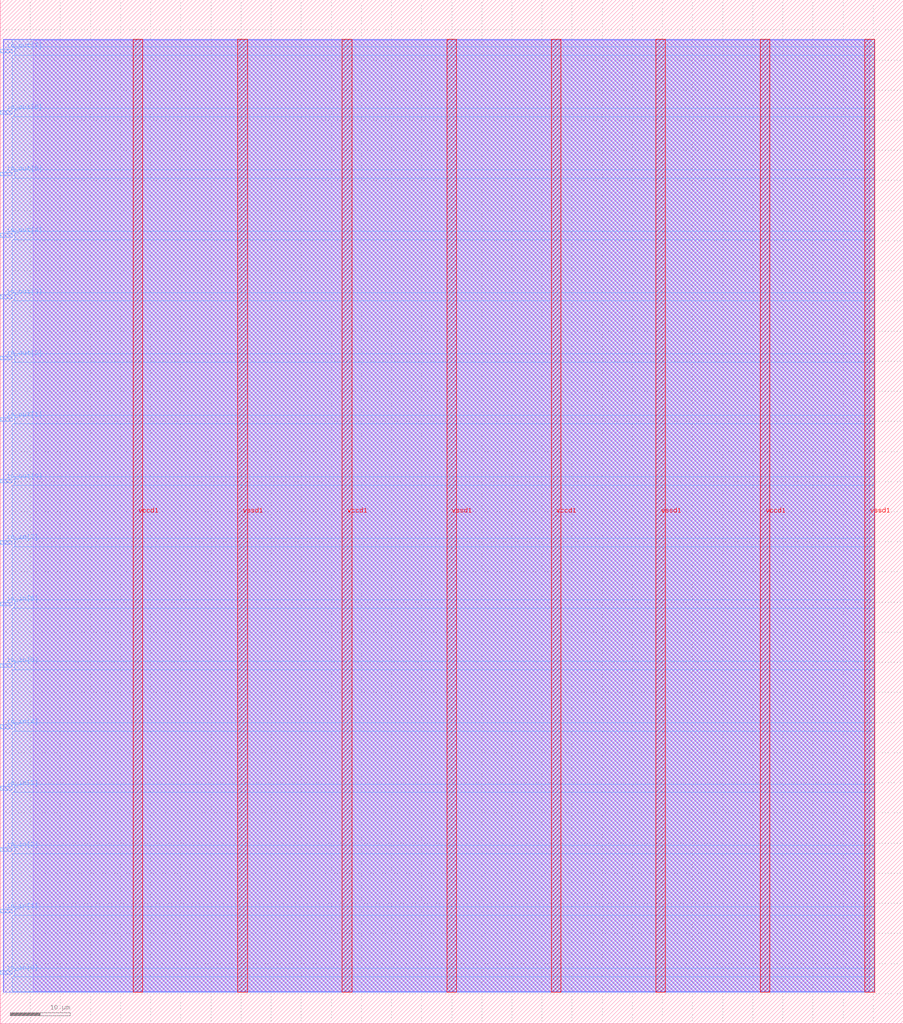
<source format=lef>
VERSION 5.7 ;
  NOWIREEXTENSIONATPIN ON ;
  DIVIDERCHAR "/" ;
  BUSBITCHARS "[]" ;
MACRO user_module_362633503928580097
  CLASS BLOCK ;
  FOREIGN user_module_362633503928580097 ;
  ORIGIN 0.000 0.000 ;
  SIZE 150.000 BY 170.000 ;
  PIN io_in[0]
    DIRECTION INPUT ;
    USE SIGNAL ;
    PORT
      LAYER met3 ;
        RECT 0.000 8.200 2.000 8.800 ;
    END
  END io_in[0]
  PIN io_in[1]
    DIRECTION INPUT ;
    USE SIGNAL ;
    PORT
      LAYER met3 ;
        RECT 0.000 18.400 2.000 19.000 ;
    END
  END io_in[1]
  PIN io_in[2]
    DIRECTION INPUT ;
    USE SIGNAL ;
    PORT
      LAYER met3 ;
        RECT 0.000 28.600 2.000 29.200 ;
    END
  END io_in[2]
  PIN io_in[3]
    DIRECTION INPUT ;
    USE SIGNAL ;
    PORT
      LAYER met3 ;
        RECT 0.000 38.800 2.000 39.400 ;
    END
  END io_in[3]
  PIN io_in[4]
    DIRECTION INPUT ;
    USE SIGNAL ;
    PORT
      LAYER met3 ;
        RECT 0.000 49.000 2.000 49.600 ;
    END
  END io_in[4]
  PIN io_in[5]
    DIRECTION INPUT ;
    USE SIGNAL ;
    PORT
      LAYER met3 ;
        RECT 0.000 59.200 2.000 59.800 ;
    END
  END io_in[5]
  PIN io_in[6]
    DIRECTION INPUT ;
    USE SIGNAL ;
    PORT
      LAYER met3 ;
        RECT 0.000 69.400 2.000 70.000 ;
    END
  END io_in[6]
  PIN io_in[7]
    DIRECTION INPUT ;
    USE SIGNAL ;
    PORT
      LAYER met3 ;
        RECT 0.000 79.600 2.000 80.200 ;
    END
  END io_in[7]
  PIN io_out[0]
    DIRECTION OUTPUT TRISTATE ;
    USE SIGNAL ;
    PORT
      LAYER met3 ;
        RECT 0.000 89.800 2.000 90.400 ;
    END
  END io_out[0]
  PIN io_out[1]
    DIRECTION OUTPUT TRISTATE ;
    USE SIGNAL ;
    PORT
      LAYER met3 ;
        RECT 0.000 100.000 2.000 100.600 ;
    END
  END io_out[1]
  PIN io_out[2]
    DIRECTION OUTPUT TRISTATE ;
    USE SIGNAL ;
    PORT
      LAYER met3 ;
        RECT 0.000 110.200 2.000 110.800 ;
    END
  END io_out[2]
  PIN io_out[3]
    DIRECTION OUTPUT TRISTATE ;
    USE SIGNAL ;
    PORT
      LAYER met3 ;
        RECT 0.000 120.400 2.000 121.000 ;
    END
  END io_out[3]
  PIN io_out[4]
    DIRECTION OUTPUT TRISTATE ;
    USE SIGNAL ;
    PORT
      LAYER met3 ;
        RECT 0.000 130.600 2.000 131.200 ;
    END
  END io_out[4]
  PIN io_out[5]
    DIRECTION OUTPUT TRISTATE ;
    USE SIGNAL ;
    PORT
      LAYER met3 ;
        RECT 0.000 140.800 2.000 141.400 ;
    END
  END io_out[5]
  PIN io_out[6]
    DIRECTION OUTPUT TRISTATE ;
    USE SIGNAL ;
    PORT
      LAYER met3 ;
        RECT 0.000 151.000 2.000 151.600 ;
    END
  END io_out[6]
  PIN io_out[7]
    DIRECTION OUTPUT TRISTATE ;
    USE SIGNAL ;
    PORT
      LAYER met3 ;
        RECT 0.000 161.200 2.000 161.800 ;
    END
  END io_out[7]
  PIN vccd1
    DIRECTION INOUT ;
    USE POWER ;
    PORT
      LAYER met4 ;
        RECT 22.085 5.200 23.685 163.440 ;
    END
    PORT
      LAYER met4 ;
        RECT 56.815 5.200 58.415 163.440 ;
    END
    PORT
      LAYER met4 ;
        RECT 91.545 5.200 93.145 163.440 ;
    END
    PORT
      LAYER met4 ;
        RECT 126.275 5.200 127.875 163.440 ;
    END
  END vccd1
  PIN vssd1
    DIRECTION INOUT ;
    USE GROUND ;
    PORT
      LAYER met4 ;
        RECT 39.450 5.200 41.050 163.440 ;
    END
    PORT
      LAYER met4 ;
        RECT 74.180 5.200 75.780 163.440 ;
    END
    PORT
      LAYER met4 ;
        RECT 108.910 5.200 110.510 163.440 ;
    END
    PORT
      LAYER met4 ;
        RECT 143.640 5.200 145.240 163.440 ;
    END
  END vssd1
  OBS
      LAYER li1 ;
        RECT 5.520 5.355 144.440 163.285 ;
      LAYER met1 ;
        RECT 0.530 5.200 145.240 163.440 ;
      LAYER met2 ;
        RECT 0.560 5.255 145.210 163.385 ;
      LAYER met3 ;
        RECT 2.000 162.200 145.230 163.365 ;
        RECT 2.400 160.800 145.230 162.200 ;
        RECT 2.000 152.000 145.230 160.800 ;
        RECT 2.400 150.600 145.230 152.000 ;
        RECT 2.000 141.800 145.230 150.600 ;
        RECT 2.400 140.400 145.230 141.800 ;
        RECT 2.000 131.600 145.230 140.400 ;
        RECT 2.400 130.200 145.230 131.600 ;
        RECT 2.000 121.400 145.230 130.200 ;
        RECT 2.400 120.000 145.230 121.400 ;
        RECT 2.000 111.200 145.230 120.000 ;
        RECT 2.400 109.800 145.230 111.200 ;
        RECT 2.000 101.000 145.230 109.800 ;
        RECT 2.400 99.600 145.230 101.000 ;
        RECT 2.000 90.800 145.230 99.600 ;
        RECT 2.400 89.400 145.230 90.800 ;
        RECT 2.000 80.600 145.230 89.400 ;
        RECT 2.400 79.200 145.230 80.600 ;
        RECT 2.000 70.400 145.230 79.200 ;
        RECT 2.400 69.000 145.230 70.400 ;
        RECT 2.000 60.200 145.230 69.000 ;
        RECT 2.400 58.800 145.230 60.200 ;
        RECT 2.000 50.000 145.230 58.800 ;
        RECT 2.400 48.600 145.230 50.000 ;
        RECT 2.000 39.800 145.230 48.600 ;
        RECT 2.400 38.400 145.230 39.800 ;
        RECT 2.000 29.600 145.230 38.400 ;
        RECT 2.400 28.200 145.230 29.600 ;
        RECT 2.000 19.400 145.230 28.200 ;
        RECT 2.400 18.000 145.230 19.400 ;
        RECT 2.000 9.200 145.230 18.000 ;
        RECT 2.400 7.800 145.230 9.200 ;
        RECT 2.000 5.275 145.230 7.800 ;
  END
END user_module_362633503928580097
END LIBRARY


</source>
